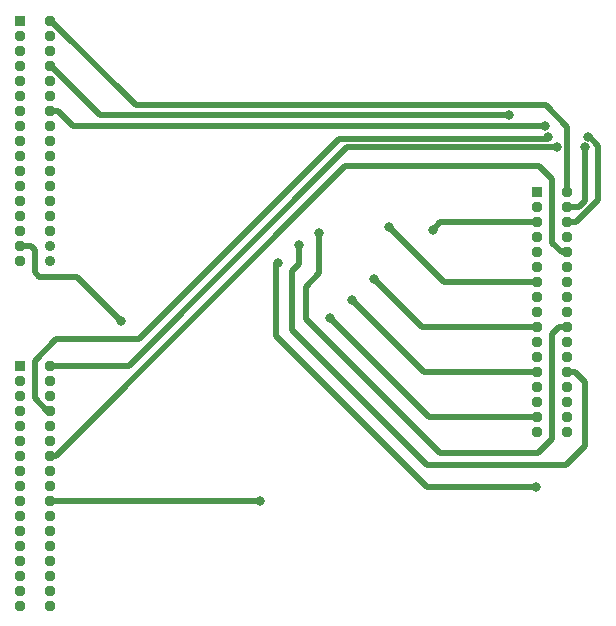
<source format=gbr>
%TF.GenerationSoftware,KiCad,Pcbnew,7.0.7*%
%TF.CreationDate,2023-09-12T10:02:15-04:00*%
%TF.ProjectId,Heater_North_DCT_HSK,48656174-6572-45f4-9e6f-7274685f4443,rev?*%
%TF.SameCoordinates,Original*%
%TF.FileFunction,Copper,L2,Bot*%
%TF.FilePolarity,Positive*%
%FSLAX46Y46*%
G04 Gerber Fmt 4.6, Leading zero omitted, Abs format (unit mm)*
G04 Created by KiCad (PCBNEW 7.0.7) date 2023-09-12 10:02:15*
%MOMM*%
%LPD*%
G01*
G04 APERTURE LIST*
%TA.AperFunction,ComponentPad*%
%ADD10R,0.940800X0.940800*%
%TD*%
%TA.AperFunction,ComponentPad*%
%ADD11C,0.940800*%
%TD*%
%TA.AperFunction,ComponentPad*%
%ADD12C,0.890000*%
%TD*%
%TA.AperFunction,ViaPad*%
%ADD13C,0.800000*%
%TD*%
%TA.AperFunction,Conductor*%
%ADD14C,0.508000*%
%TD*%
G04 APERTURE END LIST*
D10*
%TO.P,J2,1,Pin_1*%
%TO.N,/HB2_1*%
X93969840Y-80010000D03*
D11*
%TO.P,J2,2,Pin_2*%
%TO.N,/HB2_2*%
X96530160Y-80010000D03*
%TO.P,J2,3,Pin_3*%
%TO.N,unconnected-(J2-Pin_3-Pad3)*%
X93980000Y-81280000D03*
%TO.P,J2,4,Pin_4*%
%TO.N,unconnected-(J2-Pin_4-Pad4)*%
X96520000Y-81280000D03*
%TO.P,J2,5,Pin_5*%
%TO.N,unconnected-(J2-Pin_5-Pad5)*%
X93980000Y-82550000D03*
%TO.P,J2,6,Pin_6*%
%TO.N,unconnected-(J2-Pin_6-Pad6)*%
X96520000Y-82550000D03*
%TO.P,J2,7,Pin_7*%
%TO.N,/HB2_7*%
X93980000Y-83820000D03*
%TO.P,J2,8,Pin_8*%
%TO.N,/HB2_8*%
X96520000Y-83820000D03*
%TO.P,J2,9,Pin_9*%
%TO.N,unconnected-(J2-Pin_9-Pad9)*%
X93980000Y-85090000D03*
%TO.P,J2,10,Pin_10*%
%TO.N,unconnected-(J2-Pin_10-Pad10)*%
X96520000Y-85090000D03*
%TO.P,J2,11,Pin_11*%
%TO.N,unconnected-(J2-Pin_11-Pad11)*%
X93980000Y-86360000D03*
%TO.P,J2,12,Pin_12*%
%TO.N,unconnected-(J2-Pin_12-Pad12)*%
X96520000Y-86360000D03*
%TO.P,J2,13,Pin_13*%
%TO.N,/HB2_13*%
X93980000Y-87630000D03*
%TO.P,J2,14,Pin_14*%
%TO.N,/HB2_14*%
X96520000Y-87630000D03*
%TO.P,J2,15,Pin_15*%
%TO.N,unconnected-(J2-Pin_15-Pad15)*%
X93980000Y-88900000D03*
%TO.P,J2,16,Pin_16*%
%TO.N,unconnected-(J2-Pin_16-Pad16)*%
X96520000Y-88900000D03*
%TO.P,J2,17,Pin_17*%
%TO.N,unconnected-(J2-Pin_17-Pad17)*%
X93980000Y-90170000D03*
%TO.P,J2,18,Pin_18*%
%TO.N,unconnected-(J2-Pin_18-Pad18)*%
X96520000Y-90170000D03*
%TO.P,J2,19,Pin_19*%
%TO.N,/HB2_19*%
X93980000Y-91440000D03*
%TO.P,J2,20,Pin_20*%
%TO.N,/HB2_20*%
X96520000Y-91440000D03*
%TO.P,J2,21,Pin_21*%
%TO.N,unconnected-(J2-Pin_21-Pad21)*%
X93980000Y-92710000D03*
%TO.P,J2,22,Pin_22*%
%TO.N,unconnected-(J2-Pin_22-Pad22)*%
X96520000Y-92710000D03*
%TO.P,J2,23,Pin_23*%
%TO.N,unconnected-(J2-Pin_23-Pad23)*%
X93980000Y-93980000D03*
%TO.P,J2,24,Pin_24*%
%TO.N,unconnected-(J2-Pin_24-Pad24)*%
X96520000Y-93980000D03*
%TO.P,J2,25,Pin_25*%
%TO.N,unconnected-(J2-Pin_25-Pad25)*%
X93980000Y-95250000D03*
%TO.P,J2,26,Pin_26*%
%TO.N,unconnected-(J2-Pin_26-Pad26)*%
X96520000Y-95250000D03*
%TO.P,J2,27,Pin_27*%
%TO.N,unconnected-(J2-Pin_27-Pad27)*%
X93980000Y-96520000D03*
%TO.P,J2,28,Pin_28*%
%TO.N,unconnected-(J2-Pin_28-Pad28)*%
X96520000Y-96520000D03*
%TO.P,J2,29,Pin_29*%
%TO.N,unconnected-(J2-Pin_29-Pad29)*%
X93980000Y-97790000D03*
%TO.P,J2,30,Pin_30*%
%TO.N,unconnected-(J2-Pin_30-Pad30)*%
X96520000Y-97790000D03*
%TO.P,J2,31,Pin_31*%
%TO.N,unconnected-(J2-Pin_31-Pad31)*%
X93980000Y-99060000D03*
%TO.P,J2,32,Pin_32*%
%TO.N,unconnected-(J2-Pin_32-Pad32)*%
X96520000Y-99060000D03*
%TO.P,J2,33,Pin_33*%
%TO.N,unconnected-(J2-Pin_33-Pad33)*%
X93980000Y-100330000D03*
%TO.P,J2,34,Pin_34*%
%TO.N,unconnected-(J2-Pin_34-Pad34)*%
X96520000Y-100330000D03*
%TD*%
D10*
%TO.P,J3,1,Pin_1*%
%TO.N,/HB1_1*%
X137719840Y-65340000D03*
D11*
%TO.P,J3,2,Pin_2*%
%TO.N,/HB1_2*%
X140280160Y-65340000D03*
%TO.P,J3,3,Pin_3*%
%TO.N,/HB2_1*%
X137730000Y-66610000D03*
%TO.P,J3,4,Pin_4*%
%TO.N,/HB2_2*%
X140270000Y-66610000D03*
%TO.P,J3,5,Pin_5*%
%TO.N,/HB2_7*%
X137730000Y-67880000D03*
%TO.P,J3,6,Pin_6*%
%TO.N,/HB2_8*%
X140270000Y-67880000D03*
%TO.P,J3,7,Pin_7*%
%TO.N,/HB1_7*%
X137730000Y-69150000D03*
%TO.P,J3,8,Pin_8*%
%TO.N,/HB1_8*%
X140270000Y-69150000D03*
%TO.P,J3,9,Pin_9*%
%TO.N,/HB2_13*%
X137730000Y-70420000D03*
%TO.P,J3,10,Pin_10*%
%TO.N,/HB2_14*%
X140270000Y-70420000D03*
%TO.P,J3,11,Pin_11*%
%TO.N,/HB2_19*%
X137730000Y-71690000D03*
%TO.P,J3,12,Pin_12*%
%TO.N,/HB2_20*%
X140270000Y-71690000D03*
%TO.P,J3,13,Pin_13*%
%TO.N,/HB1_13*%
X137730000Y-72960000D03*
%TO.P,J3,14,Pin_14*%
%TO.N,/HB1_14*%
X140270000Y-72960000D03*
%TO.P,J3,15,Pin_15*%
%TO.N,unconnected-(J3-Pin_15-Pad15)*%
X137730000Y-74230000D03*
%TO.P,J3,16,Pin_16*%
%TO.N,unconnected-(J3-Pin_16-Pad16)*%
X140270000Y-74230000D03*
%TO.P,J3,17,Pin_17*%
%TO.N,unconnected-(J3-Pin_17-Pad17)*%
X137730000Y-75500000D03*
%TO.P,J3,18,Pin_18*%
%TO.N,unconnected-(J3-Pin_18-Pad18)*%
X140270000Y-75500000D03*
%TO.P,J3,19,Pin_19*%
%TO.N,/HB1_19*%
X137730000Y-76770000D03*
%TO.P,J3,20,Pin_20*%
%TO.N,/HB1_20*%
X140270000Y-76770000D03*
%TO.P,J3,21,Pin_21*%
%TO.N,unconnected-(J3-Pin_21-Pad21)*%
X137730000Y-78040000D03*
%TO.P,J3,22,Pin_22*%
%TO.N,unconnected-(J3-Pin_22-Pad22)*%
X140270000Y-78040000D03*
%TO.P,J3,23,Pin_23*%
%TO.N,unconnected-(J3-Pin_23-Pad23)*%
X137730000Y-79310000D03*
%TO.P,J3,24,Pin_24*%
%TO.N,unconnected-(J3-Pin_24-Pad24)*%
X140270000Y-79310000D03*
%TO.P,J3,25,Pin_25*%
%TO.N,/HB1_25*%
X137730000Y-80580000D03*
%TO.P,J3,26,Pin_26*%
%TO.N,/HB1_26*%
X140270000Y-80580000D03*
%TO.P,J3,27,Pin_27*%
%TO.N,unconnected-(J3-Pin_27-Pad27)*%
X137730000Y-81850000D03*
%TO.P,J3,28,Pin_28*%
%TO.N,unconnected-(J3-Pin_28-Pad28)*%
X140270000Y-81850000D03*
%TO.P,J3,29,Pin_29*%
%TO.N,unconnected-(J3-Pin_29-Pad29)*%
X137730000Y-83120000D03*
%TO.P,J3,30,Pin_30*%
%TO.N,unconnected-(J3-Pin_30-Pad30)*%
X140270000Y-83120000D03*
%TO.P,J3,31,Pin_31*%
%TO.N,/HB1_31*%
X137730000Y-84390000D03*
%TO.P,J3,32,Pin_32*%
%TO.N,/HB1_32*%
X140270000Y-84390000D03*
%TO.P,J3,33,Pin_33*%
%TO.N,unconnected-(J3-Pin_33-Pad33)*%
X137730000Y-85660000D03*
%TO.P,J3,34,Pin_34*%
%TO.N,unconnected-(J3-Pin_34-Pad34)*%
X140270000Y-85660000D03*
%TD*%
D10*
%TO.P,J1,1,Pin_1*%
%TO.N,/HB1_1*%
X93969840Y-50800000D03*
D11*
%TO.P,J1,2,Pin_2*%
%TO.N,/HB1_2*%
X96530160Y-50800000D03*
%TO.P,J1,3,Pin_3*%
%TO.N,unconnected-(J1-Pin_3-Pad3)*%
X93980000Y-52070000D03*
%TO.P,J1,4,Pin_4*%
%TO.N,unconnected-(J1-Pin_4-Pad4)*%
X96520000Y-52070000D03*
%TO.P,J1,5,Pin_5*%
%TO.N,unconnected-(J1-Pin_5-Pad5)*%
X93980000Y-53340000D03*
%TO.P,J1,6,Pin_6*%
%TO.N,unconnected-(J1-Pin_6-Pad6)*%
X96520000Y-53340000D03*
%TO.P,J1,7,Pin_7*%
%TO.N,/HB1_7*%
X93980000Y-54610000D03*
%TO.P,J1,8,Pin_8*%
%TO.N,/HB1_8*%
X96520000Y-54610000D03*
%TO.P,J1,9,Pin_9*%
%TO.N,unconnected-(J1-Pin_9-Pad9)*%
X93980000Y-55880000D03*
%TO.P,J1,10,Pin_10*%
%TO.N,unconnected-(J1-Pin_10-Pad10)*%
X96520000Y-55880000D03*
%TO.P,J1,11,Pin_11*%
%TO.N,unconnected-(J1-Pin_11-Pad11)*%
X93980000Y-57150000D03*
%TO.P,J1,12,Pin_12*%
%TO.N,unconnected-(J1-Pin_12-Pad12)*%
X96520000Y-57150000D03*
%TO.P,J1,13,Pin_13*%
%TO.N,/HB1_13*%
X93980000Y-58420000D03*
%TO.P,J1,14,Pin_14*%
%TO.N,/HB1_14*%
X96520000Y-58420000D03*
%TO.P,J1,15,Pin_15*%
%TO.N,unconnected-(J1-Pin_15-Pad15)*%
X93980000Y-59690000D03*
%TO.P,J1,16,Pin_16*%
%TO.N,unconnected-(J1-Pin_16-Pad16)*%
X96520000Y-59690000D03*
%TO.P,J1,17,Pin_17*%
%TO.N,unconnected-(J1-Pin_17-Pad17)*%
X93980000Y-60960000D03*
%TO.P,J1,18,Pin_18*%
%TO.N,unconnected-(J1-Pin_18-Pad18)*%
X96520000Y-60960000D03*
%TO.P,J1,19,Pin_19*%
%TO.N,/HB1_19*%
X93980000Y-62230000D03*
%TO.P,J1,20,Pin_20*%
%TO.N,/HB1_20*%
X96520000Y-62230000D03*
%TO.P,J1,21,Pin_21*%
%TO.N,unconnected-(J1-Pin_21-Pad21)*%
X93980000Y-63500000D03*
%TO.P,J1,22,Pin_22*%
%TO.N,unconnected-(J1-Pin_22-Pad22)*%
X96520000Y-63500000D03*
%TO.P,J1,23,Pin_23*%
%TO.N,unconnected-(J1-Pin_23-Pad23)*%
X93980000Y-64770000D03*
%TO.P,J1,24,Pin_24*%
%TO.N,unconnected-(J1-Pin_24-Pad24)*%
X96520000Y-64770000D03*
%TO.P,J1,25,Pin_25*%
%TO.N,/HB1_25*%
X93980000Y-66040000D03*
%TO.P,J1,26,Pin_26*%
%TO.N,/HB1_26*%
X96520000Y-66040000D03*
%TO.P,J1,27,Pin_27*%
%TO.N,unconnected-(J1-Pin_27-Pad27)*%
X93980000Y-67310000D03*
%TO.P,J1,28,Pin_28*%
%TO.N,unconnected-(J1-Pin_28-Pad28)*%
X96520000Y-67310000D03*
%TO.P,J1,29,Pin_29*%
%TO.N,unconnected-(J1-Pin_29-Pad29)*%
X93980000Y-68580000D03*
%TO.P,J1,30,Pin_30*%
%TO.N,unconnected-(J1-Pin_30-Pad30)*%
X96520000Y-68580000D03*
%TO.P,J1,31,Pin_31*%
%TO.N,/HB1_31*%
X93980000Y-69850000D03*
D12*
%TO.P,J1,32,Pin_32*%
%TO.N,/HB1_32*%
X96520000Y-69850000D03*
D11*
%TO.P,J1,33,Pin_33*%
%TO.N,unconnected-(J1-Pin_33-Pad33)*%
X93980000Y-71120000D03*
D12*
%TO.P,J1,34,Pin_34*%
%TO.N,unconnected-(J1-Pin_34-Pad34)*%
X96520000Y-71120000D03*
%TD*%
D13*
%TO.N,/HB1_8*%
X135382000Y-58836500D03*
%TO.N,/HB1_13*%
X125200000Y-68300000D03*
%TO.N,/HB1_14*%
X138430000Y-59690000D03*
%TO.N,/HB1_19*%
X123900000Y-72654000D03*
%TO.N,/HB1_20*%
X119300000Y-68800000D03*
%TO.N,/HB1_25*%
X122100000Y-74500000D03*
%TO.N,/HB1_26*%
X117600000Y-69800000D03*
%TO.N,/HB1_31*%
X102500000Y-76200000D03*
X120200000Y-76000000D03*
%TO.N,/HB1_32*%
X137600000Y-90300000D03*
X115800000Y-71300000D03*
%TO.N,/HB2_2*%
X141800000Y-61500000D03*
X139426660Y-61500000D03*
%TO.N,/HB2_7*%
X128900000Y-68500000D03*
%TO.N,/HB2_8*%
X138669766Y-60693724D03*
X142046500Y-60693724D03*
%TO.N,/HB2_20*%
X114300000Y-91440000D03*
%TD*%
D14*
%TO.N,/HB1_2*%
X103739800Y-57982500D02*
X96557300Y-50800000D01*
X96557300Y-50800000D02*
X96530160Y-50800000D01*
X140280160Y-59783840D02*
X138478820Y-57982500D01*
X138478820Y-57982500D02*
X103739800Y-57982500D01*
X140280160Y-65340000D02*
X140280160Y-59783840D01*
%TO.N,/HB1_8*%
X100746500Y-58836500D02*
X97444400Y-55534400D01*
X96557300Y-54610000D02*
X96520000Y-54610000D01*
X97444400Y-55534400D02*
X97444400Y-55497100D01*
X135382000Y-58836500D02*
X100746500Y-58836500D01*
X97444400Y-55497100D02*
X96557300Y-54610000D01*
%TO.N,/HB1_13*%
X129860000Y-72960000D02*
X137730000Y-72960000D01*
X125200000Y-68300000D02*
X129860000Y-72960000D01*
%TO.N,/HB1_14*%
X98455246Y-59690000D02*
X97185246Y-58420000D01*
X138430000Y-59690000D02*
X98455246Y-59690000D01*
X97185246Y-58420000D02*
X96520000Y-58420000D01*
%TO.N,/HB1_19*%
X125754000Y-74554000D02*
X127970000Y-76770000D01*
X127970000Y-76770000D02*
X137730000Y-76770000D01*
X125754000Y-74508000D02*
X125754000Y-74554000D01*
X123900000Y-72654000D02*
X125754000Y-74508000D01*
%TO.N,/HB1_20*%
X139000000Y-86200000D02*
X139000000Y-77374754D01*
X119300000Y-68800000D02*
X119300000Y-72192261D01*
X118146000Y-76046000D02*
X129500000Y-87400000D01*
X118146000Y-73346261D02*
X118146000Y-76046000D01*
X139604754Y-76770000D02*
X140270000Y-76770000D01*
X129500000Y-87400000D02*
X137800000Y-87400000D01*
X137800000Y-87400000D02*
X139000000Y-86200000D01*
X119300000Y-72192261D02*
X118146000Y-73346261D01*
X139000000Y-77374754D02*
X139604754Y-76770000D01*
%TO.N,/HB1_25*%
X128180000Y-80580000D02*
X137730000Y-80580000D01*
X122100000Y-74500000D02*
X128180000Y-80580000D01*
%TO.N,/HB1_26*%
X141800000Y-81444754D02*
X140935246Y-80580000D01*
X117000000Y-77000000D02*
X128400000Y-88400000D01*
X117600000Y-71400000D02*
X117000000Y-72000000D01*
X140200000Y-88400000D02*
X141800000Y-86800000D01*
X117600000Y-69800000D02*
X117600000Y-71400000D01*
X141800000Y-86800000D02*
X141800000Y-81444754D01*
X117000000Y-72000000D02*
X117000000Y-77000000D01*
X140935246Y-80580000D02*
X140270000Y-80580000D01*
X128400000Y-88400000D02*
X140200000Y-88400000D01*
%TO.N,/HB1_31*%
X120200000Y-76000000D02*
X128590000Y-84390000D01*
X128590000Y-84390000D02*
X137730000Y-84390000D01*
X93980000Y-69850000D02*
X94850000Y-69850000D01*
X95200000Y-72100000D02*
X95600000Y-72500000D01*
X98800000Y-72500000D02*
X102500000Y-76200000D01*
X95200000Y-70200000D02*
X95200000Y-72100000D01*
X94850000Y-69850000D02*
X95200000Y-70200000D01*
X95600000Y-72500000D02*
X98800000Y-72500000D01*
%TO.N,/HB1_32*%
X115600000Y-71500000D02*
X115600000Y-77500000D01*
X128400000Y-90300000D02*
X137600000Y-90300000D01*
X115800000Y-71300000D02*
X115600000Y-71500000D01*
X115600000Y-77500000D02*
X128400000Y-90300000D01*
%TO.N,/HB2_2*%
X139378936Y-61547724D02*
X121652276Y-61547724D01*
X141800000Y-66100000D02*
X141290000Y-66610000D01*
X121652276Y-61547724D02*
X103190000Y-80010000D01*
X141290000Y-66610000D02*
X140270000Y-66610000D01*
X139426660Y-61500000D02*
X139378936Y-61547724D01*
X103190000Y-80010000D02*
X96530160Y-80010000D01*
X141800000Y-61500000D02*
X141800000Y-66100000D01*
X139426660Y-61346500D02*
X139225436Y-61547724D01*
%TO.N,/HB2_7*%
X129520000Y-67880000D02*
X137730000Y-67880000D01*
X128900000Y-68500000D02*
X129520000Y-67880000D01*
%TO.N,/HB2_8*%
X142046500Y-60531612D02*
X142900000Y-61385112D01*
X142900000Y-66001264D02*
X141021264Y-67880000D01*
X142900000Y-61385112D02*
X142900000Y-66001264D01*
X104000000Y-77800000D02*
X97000000Y-77800000D01*
X97000000Y-77800000D02*
X95200000Y-79600000D01*
X120960276Y-60839724D02*
X104000000Y-77800000D01*
X96220000Y-83820000D02*
X96520000Y-83820000D01*
X95200000Y-79600000D02*
X95200000Y-82800000D01*
X95200000Y-82800000D02*
X96220000Y-83820000D01*
X138669766Y-60693724D02*
X138523766Y-60839724D01*
X141021264Y-67880000D02*
X140270000Y-67880000D01*
X138523766Y-60839724D02*
X120960276Y-60839724D01*
%TO.N,/HB2_14*%
X139820000Y-70420000D02*
X139000000Y-69600000D01*
X96970000Y-87630000D02*
X96520000Y-87630000D01*
X121500000Y-63100000D02*
X96970000Y-87630000D01*
X139000000Y-64200000D02*
X137900000Y-63100000D01*
X140270000Y-70420000D02*
X139820000Y-70420000D01*
X139000000Y-69600000D02*
X139000000Y-64200000D01*
X137900000Y-63100000D02*
X121500000Y-63100000D01*
%TO.N,/HB2_20*%
X114300000Y-91440000D02*
X96520000Y-91440000D01*
%TD*%
M02*

</source>
